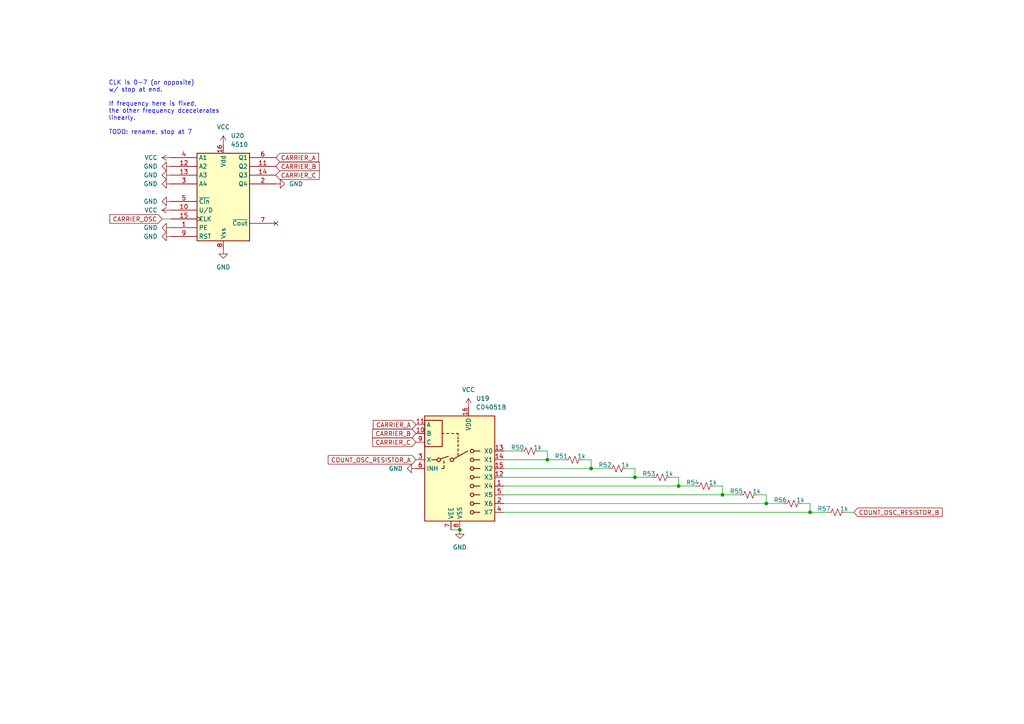
<source format=kicad_sch>
(kicad_sch (version 20250114) (generator "eeschema") (generator_version "9.0")
  (paper "A4")
  (lib_symbols
    (symbol "4xxx_IEEE:4510"
      (property "Reference" "U" (at 0.508 15.24 0))
      (property "Value" "4510" (at 1.27 -15.24 0))
      (symbol "4510_0_1"
        (rectangle (start -7.62 12.7) (end 7.62 -12.7) (stroke (width 0.254)) (fill (type background)))
      )
      (symbol "4510_1_1"
        (pin input line (at -15.24 11.43 0) (length 7.62) (name "A1") (number "4"))
        (pin input line (at -15.24 8.89 0) (length 7.62) (name "A2") (number "12"))
        (pin input line (at -15.24 6.35 0) (length 7.62) (name "A3") (number "13"))
        (pin input line (at -15.24 3.81 0) (length 7.62) (name "A4") (number "3"))
        (pin input line (at -15.24 -1.27 0) (length 7.62) (name "~{Cin}") (number "5"))
        (pin input line (at -15.24 -3.81 0) (length 7.62) (name "U/D") (number "10"))
        (pin input clock (at -15.24 -6.35 0) (length 7.62) (name "CLK") (number "15"))
        (pin input line (at -15.24 -8.89 0) (length 7.62) (name "PE") (number "1"))
        (pin input line (at -15.24 -11.43 0) (length 7.62) (name "RST") (number "9"))
        (pin power_in line (at 0 15.24 270) (length 2.54) (name "Vdd") (number "16"))
        (pin power_in line (at 0 -15.24 90) (length 2.54) (name "Vss") (number "8"))
        (pin output line (at 15.24 11.43 180) (length 7.62) (name "Q1") (number "6"))
        (pin output line (at 15.24 8.89 180) (length 7.62) (name "Q2") (number "11"))
        (pin output line (at 15.24 6.35 180) (length 7.62) (name "Q3") (number "14"))
        (pin output line (at 15.24 3.81 180) (length 7.62) (name "Q4") (number "2"))
        (pin output line (at 15.24 -7.62 180) (length 7.62) (name "~{Cout}") (number "7"))
      )
    )
    (symbol "Analog_Switch:CD4051B"
      (property "Reference" "U" (at -10.16 16.51 0))
      (property "Value" "CD4051B" (at 3.81 16.51 0))
      (symbol "CD4051B_0_1"
        (rectangle (start -10.16 15.24) (end 10.16 -15.24) (stroke (width 0.254)) (fill (type background)))
        (rectangle (start -10.16 6.35) (end -5.08 13.97) (stroke (width 0.254)))
        (polyline (pts (xy -8.128 2.54) (xy -6.604 2.54)) (stroke (width 0.254)))
        (circle (center -6.096 2.54) (radius 0.508) (stroke (width 0.254)))
        (polyline (pts (xy -5.588 2.794) (xy -3.302 3.556)) (stroke (width 0.254)))
        (polyline (pts (xy -4.572 10.16) (xy -5.08 10.16)) (stroke (width 0.254)))
        (polyline (pts (xy -4.572 1.524) (xy -4.572 2.159)) (stroke (width 0.254)))
        (polyline (pts (xy -4.572 0.254) (xy -4.572 0.889)) (stroke (width 0.254)))
        (polyline (pts (xy -4.572 0) (xy -5.207 0)) (stroke (width 0.254)))
        (polyline (pts (xy -3.81 10.16) (xy -3.175 10.16)) (stroke (width 0.254)))
        (circle (center -2.286 2.54) (radius 0.508) (stroke (width 0.254)))
        (polyline (pts (xy -1.778 10.16) (xy -2.286 10.16)) (stroke (width 0.254)))
        (polyline (pts (xy -1.778 2.794) (xy 2.286 5.08)) (stroke (width 0.254)))
        (polyline (pts (xy -0.508 10.16) (xy -1.016 10.16)) (stroke (width 0.254)))
        (polyline (pts (xy -0.508 9.652) (xy -0.508 10.16)) (stroke (width 0.254)))
        (polyline (pts (xy -0.508 8.636) (xy -0.508 9.144)) (stroke (width 0.254)))
        (polyline (pts (xy -0.508 7.62) (xy -0.508 8.255)) (stroke (width 0.254)))
        (polyline (pts (xy -0.508 6.35) (xy -0.508 6.985)) (stroke (width 0.254)))
        (polyline (pts (xy -0.508 5.08) (xy -0.508 5.715)) (stroke (width 0.254)))
        (polyline (pts (xy -0.508 3.81) (xy -0.508 4.445)) (stroke (width 0.254)))
        (circle (center 3.556 5.08) (radius 0.508) (stroke (width 0.254)))
        (circle (center 3.556 2.54) (radius 0.508) (stroke (width 0.254)))
        (circle (center 3.556 0) (radius 0.508) (stroke (width 0.254)))
        (circle (center 3.556 -2.54) (radius 0.508) (stroke (width 0.254)))
        (circle (center 3.556 -5.08) (radius 0.508) (stroke (width 0.254)))
        (circle (center 3.556 -7.62) (radius 0.508) (stroke (width 0.254)))
        (circle (center 3.556 -10.16) (radius 0.508) (stroke (width 0.254)))
        (circle (center 3.556 -12.7) (radius 0.508) (stroke (width 0.254)))
        (polyline (pts (xy 4.064 5.08) (xy 5.842 5.08)) (stroke (width 0.254)))
        (polyline (pts (xy 4.064 2.54) (xy 5.842 2.54)) (stroke (width 0.254)))
        (polyline (pts (xy 4.064 0) (xy 5.842 0)) (stroke (width 0.254)))
        (polyline (pts (xy 4.064 -2.54) (xy 5.842 -2.54)) (stroke (width 0.254)))
        (polyline (pts (xy 4.064 -5.08) (xy 5.842 -5.08)) (stroke (width 0.254)))
        (polyline (pts (xy 4.064 -7.62) (xy 5.842 -7.62)) (stroke (width 0.254)))
        (polyline (pts (xy 4.064 -10.16) (xy 5.842 -10.16)) (stroke (width 0.254)))
        (polyline (pts (xy 4.064 -12.7) (xy 5.842 -12.7)) (stroke (width 0.254)))
      )
      (symbol "CD4051B_1_1"
        (pin input line (at -12.7 12.7 0) (length 2.54) (name "A") (number "11"))
        (pin input line (at -12.7 10.16 0) (length 2.54) (name "B") (number "10"))
        (pin input line (at -12.7 7.62 0) (length 2.54) (name "C") (number "9"))
        (pin bidirectional line (at -12.7 2.54 0) (length 2.54) (name "X") (number "3"))
        (pin input line (at -12.7 0 0) (length 2.54) (name "INH") (number "6"))
        (pin power_in line (at -2.54 -17.78 90) (length 2.54) (name "VEE") (number "7"))
        (pin power_in line (at 0 -17.78 90) (length 2.54) (name "VSS") (number "8"))
        (pin power_in line (at 2.54 17.78 270) (length 2.54) (name "VDD") (number "16"))
        (pin bidirectional line (at 12.7 5.08 180) (length 2.54) (name "X0") (number "13"))
        (pin bidirectional line (at 12.7 2.54 180) (length 2.54) (name "X1") (number "14"))
        (pin bidirectional line (at 12.7 0 180) (length 2.54) (name "X2") (number "15"))
        (pin bidirectional line (at 12.7 -2.54 180) (length 2.54) (name "X3") (number "12"))
        (pin bidirectional line (at 12.7 -5.08 180) (length 2.54) (name "X4") (number "1"))
        (pin bidirectional line (at 12.7 -7.62 180) (length 2.54) (name "X5") (number "5"))
        (pin bidirectional line (at 12.7 -10.16 180) (length 2.54) (name "X6") (number "2"))
        (pin bidirectional line (at 12.7 -12.7 180) (length 2.54) (name "X7") (number "4"))
      )
    )
    (symbol "Device:R_Small_US" (pin_numbers (hide yes)) (pin_names (offset 0.254) (hide yes))
      (property "Reference" "R" (at 0.762 0.508 0))
      (property "Value" "R_Small_US" (at 0.762 -1.016 0))
      (symbol "R_Small_US_1_1"
        (polyline (pts (xy 0 1.524) (xy 1.016 1.143) (xy 0 0.762) (xy -1.016 0.381) (xy 0 0)))
        (polyline (pts (xy 0 0) (xy 1.016 -0.381) (xy 0 -0.762) (xy -1.016 -1.143) (xy 0 -1.524)))
        (pin passive line (at 0 2.54 270) (length 1.016) (name "~") (number "1"))
        (pin passive line (at 0 -2.54 90) (length 1.016) (name "~") (number "2"))
      )
    )
    (symbol "power:GND" (power) (pin_numbers (hide yes)) (pin_names (offset 0) (hide yes))
      (property "Value" "GND" (at 0 -3.81 0))
      (symbol "GND_0_1"
        (polyline (pts (xy 0 0) (xy 0 -1.27) (xy 1.27 -1.27) (xy 0 -2.54) (xy -1.27 -1.27) (xy 0 -1.27)))
      )
      (symbol "GND_1_1"
        (pin power_in line (at 0 0 270) (length 0) (name "~") (number "1"))
      )
    )
    (symbol "power:VCC" (power) (pin_numbers (hide yes)) (pin_names (offset 0) (hide yes))
      (property "Value" "VCC" (at 0 3.556 0))
      (symbol "VCC_0_1"
        (polyline (pts (xy -0.762 1.27) (xy 0 2.54)))
        (polyline (pts (xy 0 2.54) (xy 0.762 1.27)))
        (polyline (pts (xy 0 0) (xy 0 2.54)))
      )
      (symbol "VCC_1_1"
        (pin power_in line (at 0 0 90) (length 0) (name "~") (number "1"))
      )
    )
  )
  (text "CLK is 0-7 (or opposite)\nw/ stop at end.\n\nIf frequency here is fixed,\nthe other frequency dcecelerates\nlinearly.\n\nTODO: rename, stop at 7" (at 31.496 23.368 0) (effects (font (size 1.27 1.27)) (justify left top)))
  (junction (at 196.85 140.97))
  (junction (at 222.25 146.05))
  (junction (at 184.15 138.43))
  (junction (at 133.35 153.67))
  (junction (at 209.55 143.51))
  (junction (at 234.95 148.59))
  (junction (at 158.75 133.35))
  (junction (at 171.45 135.89))
  (no_connect (at 80.01 64.77))
  (wire (pts (xy 146.05 146.05) (xy 222.25 146.05)))
  (wire (pts (xy 222.25 143.51) (xy 222.25 146.05)))
  (wire (pts (xy 146.05 148.59) (xy 234.95 148.59)))
  (wire (pts (xy 146.05 135.89) (xy 171.45 135.89)))
  (wire (pts (xy 181.61 135.89) (xy 184.15 135.89)))
  (wire (pts (xy 146.05 133.35) (xy 158.75 133.35)))
  (wire (pts (xy 158.75 130.81) (xy 158.75 133.35)))
  (wire (pts (xy 184.15 138.43) (xy 189.23 138.43)))
  (wire (pts (xy 194.31 138.43) (xy 196.85 138.43)))
  (wire (pts (xy 171.45 133.35) (xy 171.45 135.89)))
  (wire (pts (xy 234.95 148.59) (xy 240.03 148.59)))
  (wire (pts (xy 130.81 153.67) (xy 133.35 153.67)))
  (wire (pts (xy 196.85 138.43) (xy 196.85 140.97)))
  (wire (pts (xy 46.99 63.5) (xy 49.53 63.5)))
  (wire (pts (xy 158.75 133.35) (xy 163.83 133.35)))
  (wire (pts (xy 146.05 140.97) (xy 196.85 140.97)))
  (wire (pts (xy 209.55 140.97) (xy 209.55 143.51)))
  (wire (pts (xy 146.05 130.81) (xy 151.13 130.81)))
  (wire (pts (xy 209.55 143.51) (xy 214.63 143.51)))
  (wire (pts (xy 207.01 140.97) (xy 209.55 140.97)))
  (wire (pts (xy 234.95 146.05) (xy 234.95 148.59)))
  (wire (pts (xy 232.41 146.05) (xy 234.95 146.05)))
  (wire (pts (xy 219.71 143.51) (xy 222.25 143.51)))
  (wire (pts (xy 222.25 146.05) (xy 227.33 146.05)))
  (wire (pts (xy 196.85 140.97) (xy 201.93 140.97)))
  (wire (pts (xy 146.05 143.51) (xy 209.55 143.51)))
  (wire (pts (xy 184.15 135.89) (xy 184.15 138.43)))
  (wire (pts (xy 168.91 133.35) (xy 171.45 133.35)))
  (wire (pts (xy 171.45 135.89) (xy 176.53 135.89)))
  (wire (pts (xy 146.05 138.43) (xy 184.15 138.43)))
  (wire (pts (xy 247.65 148.59) (xy 245.11 148.59)))
  (wire (pts (xy 156.21 130.81) (xy 158.75 130.81)))
  (global_label "CARRIER_OSC" (shape input) (at 46.99 63.5 180) (property "Intersheetrefs" "${INTERSHEET_REFS}" (effects (hide yes))))
  (global_label "CARRIER_B" (shape input) (at 120.65 125.73 180) (property "Intersheetrefs" "${INTERSHEET_REFS}" (effects (hide yes))))
  (global_label "CARRIER_C" (shape input) (at 80.01 50.8 0) (property "Intersheetrefs" "${INTERSHEET_REFS}" (effects (hide yes))))
  (global_label "CARRIER_A" (shape input) (at 120.65 123.19 180) (property "Intersheetrefs" "${INTERSHEET_REFS}" (effects (hide yes))))
  (global_label "CARRIER_B" (shape input) (at 80.01 48.26 0) (property "Intersheetrefs" "${INTERSHEET_REFS}" (effects (hide yes))))
  (global_label "CARRIER_C" (shape input) (at 120.65 128.27 180) (property "Intersheetrefs" "${INTERSHEET_REFS}" (effects (hide yes))))
  (global_label "COUNT_OSC_RESISTOR_A" (shape input) (at 120.65 133.35 180) (property "Intersheetrefs" "${INTERSHEET_REFS}" (effects (hide yes))))
  (global_label "CARRIER_A" (shape input) (at 80.01 45.72 0) (property "Intersheetrefs" "${INTERSHEET_REFS}" (effects (hide yes))))
  (global_label "COUNT_OSC_RESISTOR_B" (shape input) (at 247.65 148.59 0) (property "Intersheetrefs" "${INTERSHEET_REFS}" (effects (hide yes))))
  (symbol (lib_id "power:GND") (at 49.53 68.58 270) (unit 1)
    (property "Reference" "#PWR081" (effects (hide yes)))
    (property "Value" "GND" (at 45.72 68.5799 90) (effects (justify right)))
    (property "Description" "Power symbol creates a global label with name \"GND\" , ground" (effects (hide yes)))
  )
  (symbol (lib_id "Device:R_Small_US") (at 229.87 146.05 90) (unit 1)
    (property "Reference" "R56" (at 226.314 145.034 90))
    (property "Value" "1k" (at 232.156 145.034 90))
    (property "Description" "Resistor, small US symbol" (effects (hide yes)))
  )
  (symbol (lib_id "4xxx_IEEE:4510") (at 64.77 57.15 0) (unit 1)
    (property "Reference" "U20" (at 66.9133 39.37 0) (effects (justify left)))
    (property "Value" "4510" (at 66.9133 41.91 0) (effects (justify left)))
  )
  (symbol (lib_id "power:GND") (at 120.65 135.89 270) (unit 1)
    (property "Reference" "#PWR068" (effects (hide yes)))
    (property "Value" "GND" (at 116.84 135.8899 90) (effects (justify right)))
    (property "Description" "Power symbol creates a global label with name \"GND\" , ground" (effects (hide yes)))
  )
  (symbol (lib_id "Device:R_Small_US") (at 242.57 148.59 90) (unit 1)
    (property "Reference" "R57" (at 239.014 147.574 90))
    (property "Value" "1k" (at 244.856 147.574 90))
    (property "Description" "Resistor, small US symbol" (effects (hide yes)))
  )
  (symbol (lib_id "power:GND") (at 49.53 48.26 270) (unit 1)
    (property "Reference" "#PWR076" (effects (hide yes)))
    (property "Value" "GND" (at 45.72 48.2599 90) (effects (justify right)))
    (property "Description" "Power symbol creates a global label with name \"GND\" , ground" (effects (hide yes)))
  )
  (symbol (lib_id "power:GND") (at 80.01 53.34 90) (mirror x) (unit 1)
    (property "Reference" "#PWR082" (effects (hide yes)))
    (property "Value" "GND" (at 83.82 53.3399 90) (effects (justify right)))
    (property "Description" "Power symbol creates a global label with name \"GND\" , ground" (effects (hide yes)))
  )
  (symbol (lib_id "Device:R_Small_US") (at 153.67 130.81 90) (unit 1)
    (property "Reference" "R50" (at 150.114 129.794 90))
    (property "Value" "1k" (at 155.956 129.794 90))
    (property "Description" "Resistor, small US symbol" (effects (hide yes)))
  )
  (symbol (lib_id "power:GND") (at 49.53 53.34 270) (unit 1)
    (property "Reference" "#PWR078" (effects (hide yes)))
    (property "Value" "GND" (at 45.72 53.3399 90) (effects (justify right)))
    (property "Description" "Power symbol creates a global label with name \"GND\" , ground" (effects (hide yes)))
  )
  (symbol (lib_id "Device:R_Small_US") (at 204.47 140.97 90) (unit 1)
    (property "Reference" "R54" (at 200.914 139.954 90))
    (property "Value" "1k" (at 206.756 139.954 90))
    (property "Description" "Resistor, small US symbol" (effects (hide yes)))
  )
  (symbol (lib_id "Device:R_Small_US") (at 217.17 143.51 90) (unit 1)
    (property "Reference" "R55" (at 213.614 142.494 90))
    (property "Value" "1k" (at 219.456 142.494 90))
    (property "Description" "Resistor, small US symbol" (effects (hide yes)))
  )
  (symbol (lib_id "power:GND") (at 64.77 72.39 0) (unit 1)
    (property "Reference" "#PWR075" (effects (hide yes)))
    (property "Value" "GND" (at 64.77 77.47 0))
    (property "Description" "Power symbol creates a global label with name \"GND\" , ground" (effects (hide yes)))
  )
  (symbol (lib_id "Device:R_Small_US") (at 166.37 133.35 90) (unit 1)
    (property "Reference" "R51" (at 162.814 132.334 90))
    (property "Value" "1k" (at 168.656 132.334 90))
    (property "Description" "Resistor, small US symbol" (effects (hide yes)))
  )
  (symbol (lib_id "Analog_Switch:CD4051B") (at 133.35 135.89 0) (unit 1)
    (property "Reference" "U19" (at 138.0333 115.57 0) (effects (justify left)))
    (property "Value" "CD4051B" (at 138.0333 118.11 0) (effects (justify left)))
    (property "Datasheet" "http://www.ti.com/lit/ds/symlink/cd4052b.pdf" (effects (hide yes)))
    (property "Description" "CMOS single 8-channel analog multiplexer demultiplexer, TSSOP-16/DIP-16/SOIC-16" (effects (hide yes)))
  )
  (symbol (lib_id "power:GND") (at 133.35 153.67 0) (unit 1)
    (property "Reference" "#PWR071" (effects (hide yes)))
    (property "Value" "GND" (at 133.35 158.75 0))
    (property "Description" "Power symbol creates a global label with name \"GND\" , ground" (effects (hide yes)))
  )
  (symbol (lib_id "power:GND") (at 49.53 66.04 270) (unit 1)
    (property "Reference" "#PWR083" (effects (hide yes)))
    (property "Value" "GND" (at 45.72 66.0399 90) (effects (justify right)))
    (property "Description" "Power symbol creates a global label with name \"GND\" , ground" (effects (hide yes)))
  )
  (symbol (lib_id "power:VCC") (at 64.77 41.91 0) (unit 1)
    (property "Reference" "#PWR073" (effects (hide yes)))
    (property "Value" "VCC" (at 64.77 36.83 0))
    (property "Description" "Power symbol creates a global label with name \"VCC\"" (effects (hide yes)))
  )
  (symbol (lib_id "Device:R_Small_US") (at 191.77 138.43 90) (unit 1)
    (property "Reference" "R53" (at 188.214 137.414 90))
    (property "Value" "1k" (at 194.056 137.414 90))
    (property "Description" "Resistor, small US symbol" (effects (hide yes)))
  )
  (symbol (lib_id "power:VCC") (at 49.53 60.96 90) (unit 1)
    (property "Reference" "#PWR074" (effects (hide yes)))
    (property "Value" "VCC" (at 45.72 60.9599 90) (effects (justify left)))
    (property "Description" "Power symbol creates a global label with name \"VCC\"" (effects (hide yes)))
  )
  (symbol (lib_id "power:GND") (at 49.53 50.8 270) (unit 1)
    (property "Reference" "#PWR077" (effects (hide yes)))
    (property "Value" "GND" (at 45.72 50.7999 90) (effects (justify right)))
    (property "Description" "Power symbol creates a global label with name \"GND\" , ground" (effects (hide yes)))
  )
  (symbol (lib_id "power:VCC") (at 49.53 45.72 90) (unit 1)
    (property "Reference" "#PWR079" (effects (hide yes)))
    (property "Value" "VCC" (at 45.72 45.7199 90) (effects (justify left)))
    (property "Description" "Power symbol creates a global label with name \"VCC\"" (effects (hide yes)))
  )
  (symbol (lib_id "power:GND") (at 49.53 58.42 270) (unit 1)
    (property "Reference" "#PWR080" (effects (hide yes)))
    (property "Value" "GND" (at 45.72 58.4199 90) (effects (justify right)))
    (property "Description" "Power symbol creates a global label with name \"GND\" , ground" (effects (hide yes)))
  )
  (symbol (lib_id "power:VCC") (at 135.89 118.11 0) (unit 1)
    (property "Reference" "#PWR072" (effects (hide yes)))
    (property "Value" "VCC" (at 135.89 113.03 0))
    (property "Description" "Power symbol creates a global label with name \"VCC\"" (effects (hide yes)))
  )
  (symbol (lib_id "Device:R_Small_US") (at 179.07 135.89 90) (unit 1)
    (property "Reference" "R52" (at 175.514 134.874 90))
    (property "Value" "1k" (at 181.356 134.874 90))
    (property "Description" "Resistor, small US symbol" (effects (hide yes)))
  )
)
</source>
